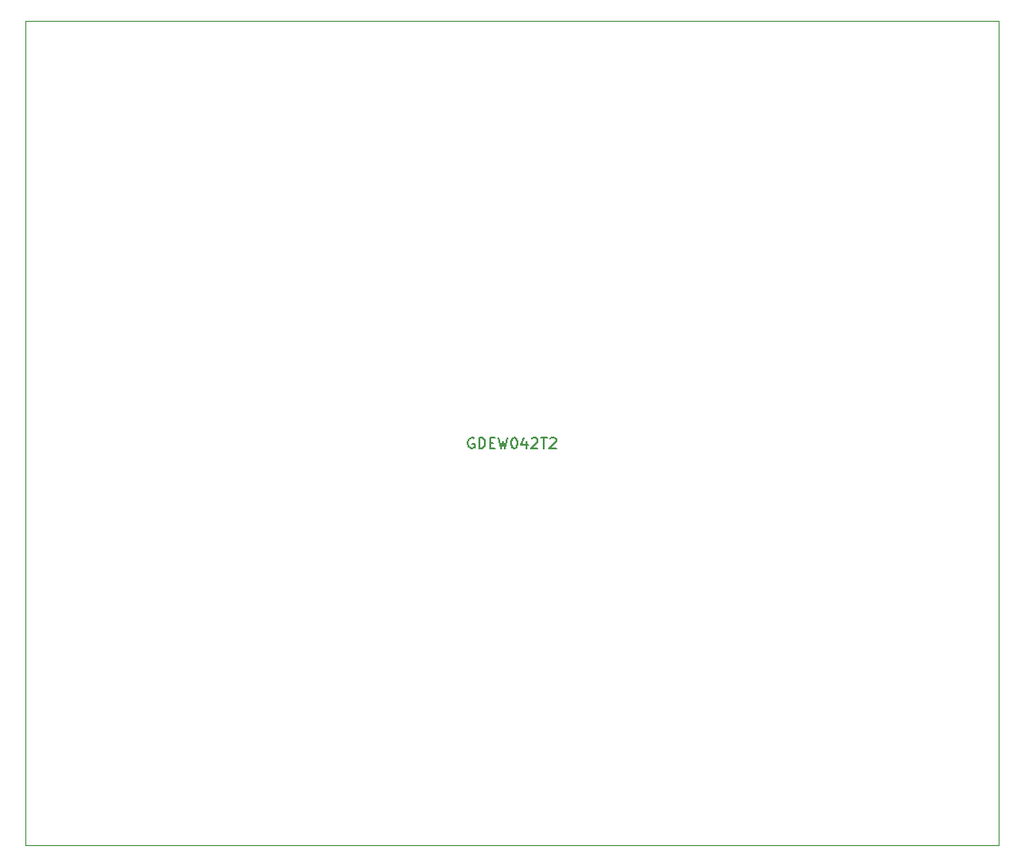
<source format=gbr>
G04 #@! TF.GenerationSoftware,KiCad,Pcbnew,5.99.0-unknown-6b9e44e59c~128~ubuntu18.04.1*
G04 #@! TF.CreationDate,2021-08-18T13:21:18+05:30*
G04 #@! TF.ProjectId,paperd_ink_rev3,70617065-7264-45f6-996e-6b5f72657633,rev?*
G04 #@! TF.SameCoordinates,Original*
G04 #@! TF.FileFunction,AssemblyDrawing,Top*
%FSLAX46Y46*%
G04 Gerber Fmt 4.6, Leading zero omitted, Abs format (unit mm)*
G04 Created by KiCad (PCBNEW 5.99.0-unknown-6b9e44e59c~128~ubuntu18.04.1) date 2021-08-18 13:21:18*
%MOMM*%
%LPD*%
G01*
G04 APERTURE LIST*
%ADD10C,0.150000*%
%ADD11C,0.120000*%
G04 APERTURE END LIST*
D10*
X144517380Y-101680000D02*
X144422142Y-101632380D01*
X144279285Y-101632380D01*
X144136428Y-101680000D01*
X144041190Y-101775238D01*
X143993571Y-101870476D01*
X143945952Y-102060952D01*
X143945952Y-102203809D01*
X143993571Y-102394285D01*
X144041190Y-102489523D01*
X144136428Y-102584761D01*
X144279285Y-102632380D01*
X144374523Y-102632380D01*
X144517380Y-102584761D01*
X144565000Y-102537142D01*
X144565000Y-102203809D01*
X144374523Y-102203809D01*
X144993571Y-102632380D02*
X144993571Y-101632380D01*
X145231666Y-101632380D01*
X145374523Y-101680000D01*
X145469761Y-101775238D01*
X145517380Y-101870476D01*
X145565000Y-102060952D01*
X145565000Y-102203809D01*
X145517380Y-102394285D01*
X145469761Y-102489523D01*
X145374523Y-102584761D01*
X145231666Y-102632380D01*
X144993571Y-102632380D01*
X145993571Y-102108571D02*
X146326904Y-102108571D01*
X146469761Y-102632380D02*
X145993571Y-102632380D01*
X145993571Y-101632380D01*
X146469761Y-101632380D01*
X146803095Y-101632380D02*
X147041190Y-102632380D01*
X147231666Y-101918095D01*
X147422142Y-102632380D01*
X147660238Y-101632380D01*
X148231666Y-101632380D02*
X148326904Y-101632380D01*
X148422142Y-101680000D01*
X148469761Y-101727619D01*
X148517380Y-101822857D01*
X148565000Y-102013333D01*
X148565000Y-102251428D01*
X148517380Y-102441904D01*
X148469761Y-102537142D01*
X148422142Y-102584761D01*
X148326904Y-102632380D01*
X148231666Y-102632380D01*
X148136428Y-102584761D01*
X148088809Y-102537142D01*
X148041190Y-102441904D01*
X147993571Y-102251428D01*
X147993571Y-102013333D01*
X148041190Y-101822857D01*
X148088809Y-101727619D01*
X148136428Y-101680000D01*
X148231666Y-101632380D01*
X149422142Y-101965714D02*
X149422142Y-102632380D01*
X149184047Y-101584761D02*
X148945952Y-102299047D01*
X149565000Y-102299047D01*
X149898333Y-101727619D02*
X149945952Y-101680000D01*
X150041190Y-101632380D01*
X150279285Y-101632380D01*
X150374523Y-101680000D01*
X150422142Y-101727619D01*
X150469761Y-101822857D01*
X150469761Y-101918095D01*
X150422142Y-102060952D01*
X149850714Y-102632380D01*
X150469761Y-102632380D01*
X150755476Y-101632380D02*
X151326904Y-101632380D01*
X151041190Y-102632380D02*
X151041190Y-101632380D01*
X151612619Y-101727619D02*
X151660238Y-101680000D01*
X151755476Y-101632380D01*
X151993571Y-101632380D01*
X152088809Y-101680000D01*
X152136428Y-101727619D01*
X152184047Y-101822857D01*
X152184047Y-101918095D01*
X152136428Y-102060952D01*
X151565000Y-102632380D01*
X152184047Y-102632380D01*
D11*
X102565000Y-62680000D02*
X193565000Y-62680000D01*
X193565000Y-62680000D02*
X193565000Y-139680000D01*
X193565000Y-139680000D02*
X102565000Y-139680000D01*
X102565000Y-139680000D02*
X102565000Y-62680000D01*
M02*

</source>
